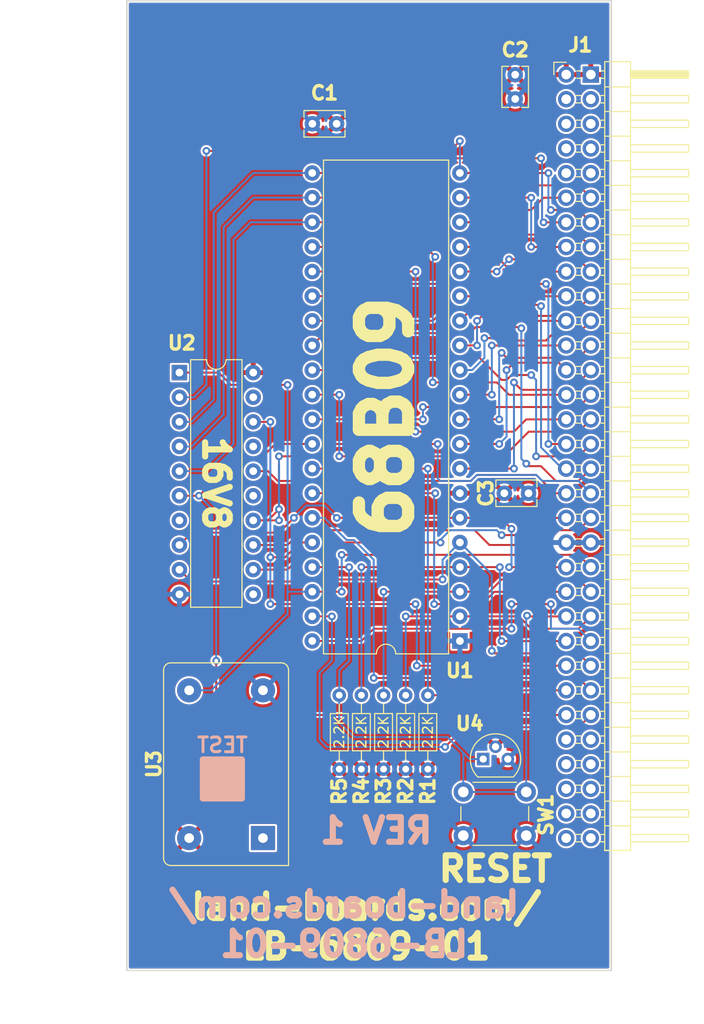
<source format=kicad_pcb>
(kicad_pcb (version 20221018) (generator pcbnew)
  (title_block (title "LB-6809-01") (date "2024-08-19") (rev "1") (company "land-boards.com"))
  (layers (0 "F.Cu" signal) (31 "B.Cu" signal) (34 "B.Paste" user) (35 "F.Paste" user) (36 "B.SilkS" user "B.Silkscreen") (37 "F.SilkS" user "F.Silkscreen") (38 "B.Mask" user) (39 "F.Mask" user) (44 "Edge.Cuts" user))
  (net 0 "")
  (net 1 "GND")
  (net 2 "/CPUA11")
  (net 3 "/CPUA12")
  (net 4 "/CPUA13")
  (net 5 "/CPUA14")
  (net 6 "/CPUA15")
  (net 7 "/CPUD4")
  (net 8 "/CPUD3")
  (net 9 "/CPUD5")
  (net 10 "/CPUD6")
  (net 11 "/CPUA0")
  (net 12 "/CPUA1")
  (net 13 "/CPUD2")
  (net 14 "/CPUA2")
  (net 15 "/CPUD7")
  (net 16 "/CPUA3")
  (net 17 "/CPUD0")
  (net 18 "/CPUA4")
  (net 19 "/CPUD1")
  (net 20 "/CPUA5")
  (net 21 "/CPUA6")
  (net 22 "/CPUA7")
  (net 23 "/CPUA8")
  (net 24 "/CPUA9")
  (net 25 "/CPUA10")
  (net 26 "/CPUA18")
  (net 27 "/CPUA16")
  (net 28 "/CPUA17")
  (net 29 "/CPUCLK")
  (net 30 "/CPUA22")
  (net 31 "/CPUA23")
  (net 32 "/CPUA20")
  (net 33 "/CPUA21")
  (net 34 "/CPUA19")
  (net 35 "VCC")
  (net 36 "/~{IORQ}")
  (net 37 "/~{CPURESB}")
  (net 38 "/VPA")
  (net 39 "/~{IRQB}")
  (net 50 "/VPB")
  (net 51 "/~{NMIB}")
  (net 52 "/~{ABORT}")
  (net 53 "/VDA")
  (net 54 "/RDY")
  (net 55 "/CPUE")
  (net 56 "/RWB")
  (net 57 "/MLB")
  (net 58 "/~{MEMRD}")
  (net 59 "/~{RAMCS}")
  (net 60 "/~{IOCS}")
  (net 61 "/~{ROMCS}")
  (net 62 "/CPUMX")
  (footprint "LandBoards_Conns:PinHeader_2x32_P2.54mm_Horizontal-FLIPPED" (layer "F.Cu") (at 177.35 54.615)
    (fp_text reference "J1")
    (fp_text value "Conn_02x32_Odd_Even")
  )
  (footprint "Package_DIP:DIP-40_W15.24mm" (layer "F.Cu") (at 166.375 113.025 180)
    (fp_text reference "U1")
    (fp_text value "MC68B09")
  )
  (footprint "Resistor_THT:R_Axial_DIN0204_L3.6mm_D1.6mm_P7.62mm_Horizontal" (layer "F.Cu") (at 153.924 126.238 90)
    (fp_text reference "R5")
    (fp_text value "2.2K")
  )
  (footprint "Resistor_THT:R_Axial_DIN0204_L3.6mm_D1.6mm_P7.62mm_Horizontal" (layer "F.Cu") (at 158.496 126.238 90)
    (fp_text reference "R3")
    (fp_text value "2.2K")
  )
  (footprint "Resistor_THT:R_Axial_DIN0204_L3.6mm_D1.6mm_P7.62mm_Horizontal" (layer "F.Cu") (at 163.068 126.238 90)
    (fp_text reference "R1")
    (fp_text value "2.2K")
  )
  (footprint "Resistor_THT:R_Axial_DIN0204_L3.6mm_D1.6mm_P7.62mm_Horizontal" (layer "F.Cu") (at 156.21 126.238 90)
    (fp_text reference "R4")
    (fp_text value "2.2K")
  )
  (footprint "LandBoards_Marking:TEST_BLK-REAR" (layer "F.Cu") (at 141.859 127.254)
    (fp_text reference "TEST")
    (fp_text value "COUPON" hide)
  )
  (footprint "Package_DIP:DIP-20_W7.62mm" (layer "F.Cu") (at 137.424 85.349)
    (fp_text reference "U2")
    (fp_text value "GAL16V8")
  )
  (footprint "Capacitor_THT:C_Rect_L4.0mm_W2.5mm_P2.50mm" (layer "F.Cu") (at 151.15 59.69)
    (fp_text reference "C1")
    (fp_text value "0.1uF")
  )
  (footprint "Oscillator:Oscillator_DIP-14_LargePads" (layer "F.Cu") (at 146.05 133.35 90)
    (fp_text reference "U3")
    (fp_text value "OSC")
  )
  (footprint "Capacitor_THT:C_Rect_L4.0mm_W2.5mm_P2.50mm" (layer "F.Cu") (at 172.085 57.13 90)
    (fp_text reference "C2")
    (fp_text value "0.1uF")
  )
  (footprint "Button_Switch_THT:SW_PUSH_6mm_H8.5mm" (layer "F.Cu") (at 173.228 133.096 180)
    (fp_text reference "SW1")
    (fp_text value "SW_Push")
  )
  (footprint "Package_TO_SOT_THT:TO-92" (layer "F.Cu") (at 168.783 125.201)
    (fp_text reference "U4")
    (fp_text value "DS1813-5")
  )
  (footprint "Resistor_THT:R_Axial_DIN0204_L3.6mm_D1.6mm_P7.62mm_Horizontal" (layer "F.Cu") (at 160.782 126.238 90)
    (fp_text reference "R2")
    (fp_text value "2.2K")
  )
  (footprint "Capacitor_THT:C_Rect_L4.0mm_W2.5mm_P2.50mm" (layer "F.Cu") (at 173.462 97.79 180)
    (fp_text reference "C3")
    (fp_text value "0.1uF")
  )
  (gr_rect (start 132 47) (end 182 147) (stroke (width 0.15)) (fill none) (layer "Edge.Cuts"))
  (gr_text "land-boards.com/\nLB-6809-01" (at 154.432 142.24) (layer "B.SilkS") (effects (font (size 2.54 2.54) (thickness 0.635)) (justify mirror)))
  (gr_text "REV 1" (at 157.734 132.588) (layer "B.SilkS") (effects (font (size 2.54 2.54) (thickness 0.635)) (justify mirror)))
  (gr_text "RESET" (at 170.053 136.525) (layer "F.SilkS") (effects (font (size 2.54 2.54) (thickness 0.635))))
  (gr_text "68B09" (at 158.75 89.916 90) (layer "F.SilkS") (effects (font (size 5.08 5.08) (thickness 1.27))))
  (gr_text "16V8" (at 141.224 96.774 270) (layer "F.SilkS") (effects (font (size 2.54 2.54) (thickness 0.635))))
  (gr_text "land-boards.com/\nLB-6809-01" (at 156.718 142.494) (layer "F.SilkS") (effects (font (size 2.54 2.54) (thickness 0.635))))
  (segment (start 173.741 72.395) (end 177.35 72.395) (width 0.2032) (layer "F.Cu") (net 2))
  (segment (start 166.375 67.305) (end 173.731 67.305) (width 0.2032) (layer "F.Cu") (net 2))
  (segment (start 173.736 72.39) (end 173.741 72.395) (width 0.2032) (layer "F.Cu") (net 2))
  (segment (start 173.731 67.305) (end 173.736 67.31) (width 0.2032) (layer "F.Cu") (net 2))
  (via (at 173.736 72.39) (size 0.8) (drill 0.4) (layers "F.Cu" "B.Cu") (net 2))
  (via (at 173.736 67.31) (size 0.8) (drill 0.4) (layers "F.Cu" "B.Cu") (net 2))
  (segment (start 173.736 67.31) (end 173.736 72.39) (width 0.2032) (layer "B.Cu") (net 2))
  (segment (start 178.615 68.58) (end 175.768 68.58) (width 0.2032) (layer "F.Cu") (net 3))
  (segment (start 175.514 64.77) (end 175.509 64.765) (width 0.2032) (layer "F.Cu") (net 3))
  (segment (start 140.208 62.484) (end 165.354 62.484) (width 0.2032) (layer "F.Cu") (net 3))
  (segment (start 165.354 62.484) (end 166.37 61.468) (width 0.2032) (layer "F.Cu") (net 3))
  (segment (start 179.89 69.855) (end 178.615 68.58) (width 0.2032) (layer "F.Cu") (net 3))
  (segment (start 175.509 64.765) (end 166.375 64.765) (width 0.2032) (layer "F.Cu") (net 3))
  (via (at 175.768 68.58) (size 0.8) (drill 0.4) (layers "F.Cu" "B.Cu") (net 3))
  (via (at 140.208 62.484) (size 0.8) (drill 0.4) (layers "F.Cu" "B.Cu") (net 3))
  (via (at 175.514 64.77) (size 0.8) (drill 0.4) (layers "F.Cu" "B.Cu") (net 3))
  (via (at 166.37 61.468) (size 0.8) (drill 0.4) (layers "F.Cu" "B.Cu") (net 3))
  (segment (start 175.514 68.326) (end 175.514 64.77) (width 0.2032) (layer "B.Cu") (net 3))
  (segment (start 166.375 61.473) (end 166.375 64.765) (width 0.2032) (layer "B.Cu") (net 3))
  (segment (start 137.424 87.889) (end 138.933 87.889) (width 0.2032) (layer "B.Cu") (net 3))
  (segment (start 138.933 87.889) (end 140.208 86.614) (width 0.2032) (layer "B.Cu") (net 3))
  (segment (start 166.37 61.468) (end 166.375 61.473) (width 0.2032) (layer "B.Cu") (net 3))
  (segment (start 175.768 68.58) (end 175.514 68.326) (width 0.2032) (layer "B.Cu") (net 3))
  (segment (start 140.208 86.614) (end 140.208 62.484) (width 0.2032) (layer "B.Cu") (net 3))
  (segment (start 155.194 63.246) (end 153.67 64.77) (width 0.2032) (layer "F.Cu") (net 4))
  (segment (start 177.35 69.855) (end 175.011 69.855) (width 0.2032) (layer "F.Cu") (net 4))
  (segment (start 174.752 63.246) (end 155.194 63.246) (width 0.2032) (layer "F.Cu") (net 4))
  (segment (start 153.665 64.765) (end 151.135 64.765) (width 0.2032) (layer "F.Cu") (net 4))
  (segment (start 153.67 64.77) (end 153.665 64.765) (width 0.2032) (layer "F.Cu") (net 4))
  (via (at 175.011 69.855) (size 0.8) (drill 0.4) (layers "F.Cu" "B.Cu") (net 4))
  (via (at 174.752 63.246) (size 0.8) (drill 0.4) (layers "F.Cu" "B.Cu") (net 4))
  (segment (start 174.860489 69.704489) (end 174.860489 63.354489) (width 0.2032) (layer "B.Cu") (net 4))
  (segment (start 138.679 90.429) (end 140.97 88.138) (width 0.2032) (layer "B.Cu") (net 4))
  (segment (start 140.97 88.138) (end 140.97 68.834) (width 0.2032) (layer "B.Cu") (net 4))
  (segment (start 174.860489 63.354489) (end 174.752 63.246) (width 0.2032) (layer "B.Cu") (net 4))
  (segment (start 137.424 90.429) (end 138.679 90.429) (width 0.2032) (layer "B.Cu") (net 4))
  (segment (start 175.011 69.855) (end 174.860489 69.704489) (width 0.2032) (layer "B.Cu") (net 4))
  (segment (start 145.039 64.765) (end 151.135 64.765) (width 0.2032) (layer "B.Cu") (net 4))
  (segment (start 140.97 68.834) (end 145.039 64.765) (width 0.2032) (layer "B.Cu") (net 4))
  (segment (start 154.94 66.04) (end 153.67 67.31) (width 0.2032) (layer "F.Cu") (net 5))
  (segment (start 178.615 66.04) (end 154.94 66.04) (width 0.2032) (layer "F.Cu") (net 5))
  (segment (start 179.89 67.315) (end 178.615 66.04) (width 0.2032) (layer "F.Cu") (net 5))
  (segment (start 153.67 67.31) (end 153.665 67.305) (width 0.2032) (layer "F.Cu") (net 5))
  (segment (start 153.665 67.305) (end 151.135 67.305) (width 0.2032) (layer "F.Cu") (net 5))
  (segment (start 145.039 67.305) (end 151.135 67.305) (width 0.2032) (layer "B.Cu") (net 5))
  (segment (start 138.679 92.969) (end 141.986 89.662) (width 0.2032) (layer "B.Cu") (net 5))
  (segment (start 137.424 92.969) (end 138.679 92.969) (width 0.2032) (layer "B.Cu") (net 5))
  (segment (start 141.986 70.358) (end 145.039 67.305) (width 0.2032) (layer "B.Cu") (net 5))
  (segment (start 141.986 89.662) (end 141.986 70.358) (width 0.2032) (layer "B.Cu") (net 5))
  (segment (start 177.35 67.315) (end 175.001 67.315) (width 0.2032) (layer "F.Cu") (net 6))
  (segment (start 155.194 68.58) (end 153.924 69.85) (width 0.2032) (layer "F.Cu") (net 6))
  (segment (start 155.194 68.58) (end 173.736 68.58) (width 0.2032) (layer "F.Cu") (net 6))
  (segment (start 153.924 69.85) (end 153.919 69.845) (width 0.2032) (layer "F.Cu") (net 6))
  (segment (start 173.736 68.58) (end 175.001 67.315) (width 0.2032) (layer "F.Cu") (net 6))
  (segment (start 153.919 69.845) (end 151.135 69.845) (width 0.2032) (layer "F.Cu") (net 6))
  (segment (start 140.203 95.509) (end 143.002 92.71) (width 0.2032) (layer "B.Cu") (net 6))
  (segment (start 143.002 71.628) (end 144.785 69.845) (width 0.2032) (layer "B.Cu") (net 6))
  (segment (start 143.002 92.71) (end 143.002 71.628) (width 0.2032) (layer "B.Cu") (net 6))
  (segment (start 137.424 95.509) (end 140.203 95.509) (width 0.2032) (layer "B.Cu") (net 6))
  (segment (start 144.785 69.845) (end 151.135 69.845) (width 0.2032) (layer "B.Cu") (net 6))
  (segment (start 173.487784 77.983784) (end 173.736 78.232) (width 0.2032) (layer "F.Cu") (net 7))
  (segment (start 164.846 78.74) (end 167.137784 78.74) (width 0.2032) (layer "F.Cu") (net 7))
  (segment (start 163.581 80.005) (end 164.846 78.74) (width 0.2032) (layer "F.Cu") (net 7))
  (segment (start 167.515892 78.361892) (end 167.894 77.983784) (width 0.2032) (layer "F.Cu") (net 7))
  (segment (start 167.515892 78.361892) (end 174.627892 78.361892) (width 0.2032) (layer "F.Cu") (net 7))
  (segment (start 151.135 80.005) (end 163.581 80.005) (width 0.2032) (layer "F.Cu") (net 7))
  (segment (start 167.894 77.983784) (end 173.487784 77.983784) (width 0.2032) (layer "F.Cu") (net 7))
  (segment (start 174.627892 78.361892) (end 174.752 78.486) (width 0.2032) (layer "F.Cu") (net 7))
  (segment (start 167.137784 78.74) (end 167.515892 78.361892) (width 0.2032) (layer "F.Cu") (net 7))
  (via (at 174.752 78.486) (size 0.8) (drill 0.4) (layers "F.Cu" "B.Cu") (net 7))
  (segment (start 174.752 93.055795) (end 176.951205 95.255) (width 0.2032) (layer "B.Cu") (net 7))
  (segment (start 174.752 78.486) (end 174.752 93.055795) (width 0.2032) (layer "B.Cu") (net 7))
  (segment (start 176.276 96.52) (end 174.752 94.996) (width 0.2032) (layer "F.Cu") (net 8))
  (segment (start 172.611511 80.663511) (end 168.002489 80.663511) (width 0.2032) (layer "F.Cu") (net 8))
  (segment (start 178.625 96.52) (end 176.276 96.52) (width 0.2032) (layer "F.Cu") (net 8))
  (segment (start 172.72 80.772) (end 172.611511 80.663511) (width 0.2032) (layer "F.Cu") (net 8))
  (segment (start 167.386 81.28) (end 152.4 81.28) (width 0.2032) (layer "F.Cu") (net 8))
  (segment (start 168.002489 80.663511) (end 167.386 81.28) (width 0.2032) (layer "F.Cu") (net 8))
  (segment (start 152.4 81.28) (end 151.135 82.545) (width 0.2032) (layer "F.Cu") (net 8))
  (segment (start 174.752 94.996) (end 173.482 94.996) (width 0.2032) (layer "F.Cu") (net 8))
  (segment (start 173.482 94.996) (end 173.228 94.742) (width 0.2032) (layer "F.Cu") (net 8))
  (segment (start 179.89 95.255) (end 178.625 96.52) (width 0.2032) (layer "F.Cu") (net 8))
  (via (at 173.228 94.742) (size 0.8) (drill 0.4) (layers "F.Cu" "B.Cu") (net 8))
  (via (at 172.72 80.772) (size 0.8) (drill 0.4) (layers "F.Cu" "B.Cu") (net 8))
  (segment (start 172.72 94.234) (end 172.72 80.772) (width 0.2032) (layer "B.Cu") (net 8))
  (segment (start 173.228 94.742) (end 172.72 94.234) (width 0.2032) (layer "B.Cu") (net 8))
  (segment (start 175.519 92.715) (end 175.514 92.71) (width 0.2032) (layer "F.Cu") (net 9))
  (segment (start 155.448 76.2) (end 175.26 76.2) (width 0.2032) (layer "F.Cu") (net 9))
  (segment (start 177.35 92.715) (end 175.519 92.715) (width 0.2032) (layer "F.Cu") (net 9))
  (segment (start 154.183 77.465) (end 155.448 76.2) (width 0.2032) (layer "F.Cu") (net 9))
  (segment (start 151.135 77.465) (end 154.183 77.465) (width 0.2032) (layer "F.Cu") (net 9))
  (via (at 175.26 76.2) (size 0.8) (drill 0.4) (layers "F.Cu" "B.Cu") (net 9))
  (via (at 175.514 92.71) (size 0.8) (drill 0.4) (layers "F.Cu" "B.Cu") (net 9))
  (segment (start 175.514 92.71) (end 175.514 76.454) (width 0.2032) (layer "B.Cu") (net 9))
  (segment (start 175.514 76.454) (end 175.26 76.2) (width 0.2032) (layer "B.Cu") (net 9))
  (segment (start 171.958 91.44) (end 161.798 91.44) (width 0.2032) (layer "F.Cu") (net 10))
  (segment (start 177.35 90.175) (end 173.223 90.175) (width 0.2032) (layer "F.Cu") (net 10))
  (segment (start 161.793 74.925) (end 151.135 74.925) (width 0.2032) (layer "F.Cu") (net 10))
  (segment (start 161.798 74.93) (end 161.793 74.925) (width 0.2032) (layer "F.Cu") (net 10))
  (segment (start 171.958 91.44) (end 173.223 90.175) (width 0.2032) (layer "F.Cu") (net 10))
  (via (at 161.798 74.93) (size 0.8) (drill 0.4) (layers "F.Cu" "B.Cu") (net 10))
  (via (at 161.798 91.44) (size 0.8) (drill 0.4) (layers "F.Cu" "B.Cu") (net 10))
  (segment (start 161.798 91.44) (end 161.798 74.93) (width 0.2032) (layer "B.Cu") (net 10))
  (segment (start 171.953 95.245) (end 166.375 95.245) (width 0.2032) (layer "F.Cu") (net 11))
  (segment (start 178.625 86.36) (end 179.89 85.095) (width 0.2032) (layer "F.Cu") (net 11))
  (segment (start 171.958 86.36) (end 172.72 87.122) (width 0.2032) (layer "F.Cu") (net 11))
  (segment (start 176.022 87.122) (end 176.784 86.36) (width 0.2032) (layer "F.Cu") (net 11))
  (segment (start 172.72 87.122) (end 176.022 87.122) (width 0.2032) (layer "F.Cu") (net 11))
  (segment (start 171.958 95.25) (end 171.953 95.245) (width 0.2032) (layer "F.Cu") (net 11))
  (segment (start 176.784 86.36) (end 178.625 86.36) (width 0.2032) (layer "F.Cu") (net 11))
  (via (at 171.958 95.25) (size 0.8) (drill 0.4) (layers "F.Cu" "B.Cu") (net 11))
  (via (at 171.958 86.36) (size 0.8) (drill 0.4) (layers "F.Cu" "B.Cu") (net 11))
  (segment (start 171.958 86.36) (end 171.958 95.25) (width 0.2032) (layer "B.Cu") (net 11))
  (segment (start 171.196 85.09) (end 171.958 84.328) (width 0.2032) (layer "F.Cu") (net 12))
  (segment (start 171.958 84.328) (end 176.583 84.328) (width 0.2032) (layer "F.Cu") (net 12))
  (segment (start 170.434 92.71) (end 170.429 92.705) (width 0.2032) (layer "F.Cu") (net 12))
  (segment (start 176.583 84.328) (end 177.35 85.095) (width 0.2032) (layer "F.Cu") (net 12))
  (segment (start 170.429 92.705) (end 166.375 92.705) (width 0.2032) (layer "F.Cu") (net 12))
  (via (at 171.196 85.09) (size 0.8) (drill 0.4) (layers "F.Cu" "B.Cu") (net 12))
  (via (at 170.434 92.71) (size 0.8) (drill 0.4) (layers "F.Cu" "B.Cu") (net 12))
  (segment (start 171.196 91.948) (end 170.434 92.71) (width 0.2032) (layer "B.Cu") (net 12))
  (segment (start 171.196 85.09) (end 171.196 91.948) (width 0.2032) (layer "B.Cu") (net 12))
  (segment (start 178.625 93.98) (end 179.89 92.715) (width 0.2032) (layer "F.Cu") (net 13))
  (segment (start 173.736 85.598) (end 171.704 85.598) (width 0.2032) (layer "F.Cu") (net 13))
  (segment (start 168.418694 83.836694) (end 155.431306 83.836694) (width 0.2032) (layer "F.Cu") (net 13))
  (segment (start 170.688 86.106) (end 168.418694 83.836694) (width 0.2032) (layer "F.Cu") (net 13))
  (segment (start 154.183 85.085) (end 155.431306 83.836694) (width 0.2032) (layer "F.Cu") (net 13))
  (segment (start 171.704 85.598) (end 171.196 86.106) (width 0.2032) (layer "F.Cu") (net 13))
  (segment (start 174.244 93.98) (end 178.625 93.98) (width 0.2032) (layer "F.Cu") (net 13))
  (segment (start 171.196 86.106) (end 170.688 86.106) (width 0.2032) (layer "F.Cu") (net 13))
  (segment (start 151.135 85.085) (end 154.183 85.085) (width 0.2032) (layer "F.Cu") (net 13))
  (via (at 173.736 85.598) (size 0.8) (drill 0.4) (layers "F.Cu" "B.Cu") (net 13))
  (via (at 174.244 93.98) (size 0.8) (drill 0.4) (layers "F.Cu" "B.Cu") (net 13))
  (segment (start 174.244 86.106) (end 173.736 85.598) (width 0.2032) (layer "B.Cu") (net 13))
  (segment (start 174.244 93.98) (end 174.244 86.106) (width 0.2032) (layer "B.Cu") (net 13))
  (segment (start 179.89 82.555) (end 178.625 83.82) (width 0.2032) (layer "F.Cu") (net 14))
  (segment (start 170.429 90.165) (end 170.434 90.17) (width 0.2032) (layer "F.Cu") (net 14))
  (segment (start 178.625 83.82) (end 171.196 83.82) (width 0.2032) (layer "F.Cu") (net 14))
  (segment (start 171.196 83.82) (end 170.688 83.312) (width 0.2032) (layer "F.Cu") (net 14))
  (segment (start 166.375 90.165) (end 170.429 90.165) (width 0.2032) (layer "F.Cu") (net 14))
  (via (at 170.688 83.312) (size 0.8) (drill 0.4) (layers "F.Cu" "B.Cu") (net 14))
  (via (at 170.434 90.17) (size 0.8) (drill 0.4) (layers "F.Cu" "B.Cu") (net 14))
  (segment (start 170.434 90.17) (end 170.434 83.566) (width 0.2032) (layer "B.Cu") (net 14))
  (segment (start 170.434 83.566) (end 170.688 83.312) (width 0.2032) (layer "B.Cu") (net 14))
  (segment (start 163.83 73.406) (end 162.809 72.385) (width 0.2032) (layer "F.Cu") (net 15))
  (segment (start 170.18 86.36) (end 163.576 86.36) (width 0.2032) (layer "F.Cu") (net 15))
  (segment (start 177.35 87.635) (end 171.455 87.635) (width 0.2032) (layer "F.Cu") (net 15))
  (segment (start 171.455 87.635) (end 170.18 86.36) (width 0.2032) (layer "F.Cu") (net 15))
  (segment (start 162.809 72.385) (end 151.135 72.385) (width 0.2032) (layer "F.Cu") (net 15))
  (via (at 163.576 86.36) (size 0.8) (drill 0.4) (layers "F.Cu" "B.Cu") (net 15))
  (via (at 163.83 73.406) (size 0.8) (drill 0.4) (layers "F.Cu" "B.Cu") (net 15))
  (segment (start 163.576 73.66) (end 163.83 73.406) (width 0.2032) (layer "B.Cu") (net 15))
  (segment (start 163.576 86.36) (end 163.576 73.66) (width 0.2032) (layer "B.Cu") (net 15))
  (segment (start 169.672 82.55) (end 169.677 82.555) (width 0.2032) (layer "F.Cu") (net 16))
  (segment (start 169.667 87.625) (end 169.672 87.63) (width 0.2032) (layer "F.Cu") (net 16))
  (segment (start 169.677 82.555) (end 177.35 82.555) (width 0.2032) (layer "F.Cu") (net 16))
  (segment (start 166.375 87.625) (end 169.667 87.625) (width 0.2032) (layer "F.Cu") (net 16))
  (via (at 169.672 82.55) (size 0.8) (drill 0.4) (layers "F.Cu" "B.Cu") (net 16))
  (via (at 169.672 87.63) (size 0.8) (drill 0.4) (layers "F.Cu" "B.Cu") (net 16))
  (segment (start 169.672 87.63) (end 169.672 82.55) (width 0.2032) (layer "B.Cu") (net 16))
  (segment (start 162.814 88.9) (end 162.56 88.9) (width 0.2032) (layer "F.Cu") (net 17))
  (segment (start 162.56 90.17) (end 162.555 90.165) (width 0.2032) (layer "F.Cu") (net 17))
  (segment (start 179.89 87.635) (end 178.625 88.9) (width 0.2032) (layer "F.Cu") (net 17))
  (segment (start 162.555 90.165) (end 151.135 90.165) (width 0.2032) (layer "F.Cu") (net 17))
  (segment (start 178.625 88.9) (end 162.814 88.9) (width 0.2032) (layer "F.Cu") (net 17))
  (via (at 162.56 88.9) (size 0.8) (drill 0.4) (layers "F.Cu" "B.Cu") (net 17))
  (via (at 162.56 90.17) (size 0.8) (drill 0.4) (layers "F.Cu" "B.Cu") (net 17))
  (segment (start 162.56 88.9) (end 162.56 89.916) (width 0.2032) (layer "B.Cu") (net 17))
  (segment (start 162.56 89.916) (end 162.56 90.17) (width 0.2032) (layer "B.Cu") (net 17))
  (segment (start 170.434 82.042) (end 170.18 81.788) (width 0.2032) (layer "F.Cu") (net 18))
  (segment (start 170.434 82.042) (end 175.26 82.042) (width 0.2032) (layer "F.Cu") (net 18))
  (segment (start 178.625 81.28) (end 179.89 80.015) (width 0.2032) (layer "F.Cu") (net 18))
  (segment (start 175.26 82.042) (end 176.022 81.28) (width 0.2032) (layer "F.Cu") (net 18))
  (segment (start 170.18 81.788) (end 168.91 81.788) (width 0.2032) (layer "F.Cu") (net 18))
  (segment (start 176.022 81.28) (end 178.625 81.28) (width 0.2032) (layer "F.Cu") (net 18))
  (via (at 168.91 81.788) (size 0.8) (drill 0.4) (layers "F.Cu" "B.Cu") (net 18))
  (segment (start 168.91 83.82) (end 168.91 81.788) (width 0.2032) (layer "B.Cu") (net 18))
  (segment (start 167.645 85.085) (end 166.375 85.085) (width 0.2032) (layer "B.Cu") (net 18))
  (segment (start 168.91 83.82) (end 167.645 85.085) (width 0.2032) (layer "B.Cu") (net 18))
  (segment (start 153.924 93.98) (end 170.942 93.98) (width 0.2032) (layer "F.Cu") (net 19))
  (segment (start 151.135 87.625) (end 153.919 87.625) (width 0.2032) (layer "F.Cu") (net 19))
  (segment (start 170.942 93.98) (end 173.482 91.44) (width 0.2032) (layer "F.Cu") (net 19))
  (segment (start 153.919 87.625) (end 153.924 87.63) (width 0.2032) (layer "F.Cu") (net 19))
  (segment (start 178.625 91.44) (end 179.89 90.175) (width 0.2032) (layer "F.Cu") (net 19))
  (segment (start 173.482 91.44) (end 178.625 91.44) (width 0.2032) (layer "F.Cu") (net 19))
  (via (at 153.924 93.98) (size 0.8) (drill 0.4) (layers "F.Cu" "B.Cu") (net 19))
  (via (at 153.924 87.63) (size 0.8) (drill 0.4) (layers "F.Cu" "B.Cu") (net 19))
  (segment (start 153.924 87.63) (end 153.924 93.98) (width 0.2032) (layer "B.Cu") (net 19))
  (segment (start 168.143 82.545) (end 168.148 82.55) (width 0.2032) (layer "F.Cu") (net 20))
  (segment (start 166.375 82.545) (end 168.143 82.545) (width 0.2032) (layer "F.Cu") (net 20))
  (segment (start 173.482 79.502) (end 168.656 79.502) (width 0.2032) (layer "F.Cu") (net 20))
  (segment (start 173.995 80.015) (end 173.482 79.502) (width 0.2032) (layer "F.Cu") (net 20))
  (segment (start 168.656 79.502) (end 168.148 80.01) (width 0.2032) (layer "F.Cu") (net 20))
  (segment (start 173.995 80.015) (end 177.35 80.015) (width 0.2032) (layer "F.Cu") (net 20))
  (via (at 168.148 82.55) (size 0.8) (drill 0.4) (layers "F.Cu" "B.Cu") (net 20))
  (via (at 168.148 80.01) (size 0.8) (drill 0.4) (layers "F.Cu" "B.Cu") (net 20))
  (segment (start 168.148 82.55) (end 168.148 80.01) (width 0.2032) (layer "B.Cu") (net 20))
  (segment (start 174.498 79.502) (end 175.768 79.502) (width 0.2032) (layer "F.Cu") (net 21))
  (segment (start 178.625 78.74) (end 179.89 77.475) (width 0.2032) (layer "F.Cu") (net 21))
  (segment (start 167.386 78.994) (end 173.99 78.994) (width 0.2032) (layer "F.Cu") (net 21))
  (segment (start 176.53 78.74) (end 178.625 78.74) (width 0.2032) (layer "F.Cu") (net 21))
  (segment (start 175.768 79.502) (end 176.53 78.74) (width 0.2032) (layer "F.Cu") (net 21))
  (segment (start 173.99 78.994) (end 174.498 79.502) (width 0.2032) (layer "F.Cu") (net 21))
  (segment (start 166.375 80.005) (end 167.386 78.994) (width 0.2032) (layer "F.Cu") (net 21))
  (segment (start 177.35 77.475) (end 166.385 77.475) (width 0.2032) (layer "F.Cu") (net 22))
  (segment (start 170.175 74.925) (end 166.375 74.925) (width 0.2032) (layer "F.Cu") (net 23))
  (segment (start 179.89 74.935) (end 178.615 73.66) (width 0.2032) (layer "F.Cu") (net 23))
  (segment (start 178.615 73.66) (end 171.45 73.66) (width 0.2032) (layer "F.Cu") (net 23))
  (segment (start 170.18 74.93) (end 170.175 74.925) (width 0.2032) (layer "F.Cu") (net 23))
  (via (at 171.45 73.66) (size 0.8) (drill 0.4) (layers "F.Cu" "B.Cu") (net 23))
  (via (at 170.18 74.93) (size 0.8) (drill 0.4) (layers "F.Cu" "B.Cu") (net 23))
  (segment (start 171.45 73.66) (end 170.18 74.93) (width 0.2032) (layer "B.Cu") (net 23))
  (segment (start 169.159 72.385) (end 166.375 72.385) (width 0.2032) (layer "F.Cu") (net 24))
  (segment (start 171.709 74.935) (end 169.159 72.385) (width 0.2032) (layer "F.Cu") (net 24))
  (segment (start 177.35 74.935) (end 171.709 74.935) (width 0.2032) (layer "F.Cu") (net 24))
  (segment (start 168.905 69.845) (end 166.375 69.845) (width 0.2032) (layer "F.Cu") (net 25))
  (segment (start 178.615 71.12) (end 170.18 71.12) (width 0.2032) (layer "F.Cu") (net 25))
  (segment (start 170.18 71.12) (end 168.905 69.845) (width 0.2032) (layer "F.Cu") (net 25))
  (segment (start 179.89 72.395) (end 178.615 71.12) (width 0.2032) (layer "F.Cu") (net 25))
  (segment (start 154.178 104.14) (end 178.615 104.14) (width 0.2032) (layer "F.Cu") (net 29))
  (segment (start 142.748 86.614) (end 141.478 85.344) (width 0.2032) (layer "F.Cu") (net 29))
  (segment (start 137.424 85.349) (end 141.473 85.349) (width 0.2032) (layer "F.Cu") (net 29))
  (segment (start 154.178 107.95) (end 154.173 107.945) (width 0.2032) (layer "F.Cu") (net 29))
  (segment (start 154.173 107.945) (end 151.135 107.945) (width 0.2032) (layer "F.Cu") (net 29))
  (segment (start 142.748 86.614) (end 148.59 86.614) (width 0.2032) (layer "F.Cu") (net 29))
  (segment (start 179.89 105.415) (end 178.615 104.14) (width 0.2032) (layer "F.Cu") (net 29))
  (segment (start 141.473 85.349) (end 141.478 85.344) (width 0.2032) (layer "F.Cu") (net 29))
  (via (at 148.59 86.614) (size 0.8) (drill 0.4) (layers "F.Cu" "B.Cu") (net 29))
  (via (at 154.178 104.14) (size 0.8) (drill 0.4) (layers "F.Cu" "B.Cu") (net 29))
  (via (at 154.178 107.95) (size 0.8) (drill 0.4) (layers "F.Cu" "B.Cu") (net 29))
  (segment (start 151.135 107.945) (end 148.595 107.945) (width 0.2032) (layer "B.Cu") (net 29))
  (segment (start 140.716 118.11) (end 138.43 118.11) (width 0.2032) (layer "B.Cu") (net 29))
  (segment (start 148.59 107.95) (end 148.59 86.614) (width 0.2032) (layer "B.Cu") (net 29))
  (segment (start 154.178 104.14) (end 154.178 107.95) (width 0.2032) (layer "B.Cu") (net 29))
  (segment (start 148.59 110.236) (end 140.716 118.11) (width 0.2032) (layer "B.Cu") (net 29))
  (segment (start 148.595 107.945) (end 148.59 107.95) (width 0.2032) (layer "B.Cu") (net 29))
  (segment (start 148.59 107.95) (end 148.59 110.236) (width 0.2032) (layer "B.Cu") (net 29))
  (segment (start 179.89 118.115) (end 178.615 116.84) (width 0.2032) (layer "F.Cu") (net 36))
  (segment (start 178.615 116.84) (end 157.48 116.84) (width 0.2032) (layer "F.Cu") (net 36))
  (via (at 157.48 116.84) (size 0.8) (drill 0.4) (layers "F.Cu" "B.Cu") (net 36))
  (segment (start 152.395 100.325) (end 154.686 102.616) (width 0.2032) (layer "B.Cu") (net 36))
  (segment (start 155.448 102.616) (end 157.48 104.648) (width 0.2032) (layer "B.Cu") (net 36))
  (segment (start 151.135 100.325) (end 152.395 100.325) (width 0.2032) (layer "B.Cu") (net 36))
  (segment (start 157.48 104.648) (end 157.48 116.84) (width 0.2032) (layer "B.Cu") (net 36))
  (segment (start 154.686 102.616) (end 155.448 102.616) (width 0.2032) (layer "B.Cu") (net 36))
  (segment (start 154.935 105.405) (end 154.94 105.41) (width 0.2032) (layer "F.Cu") (net 37))
  (segment (start 177.35 110.495) (end 173.39519 110.495) (width 0.2032) (layer "F.Cu") (net 37))
  (segment (start 173.39519 110.495) (end 173.309095 110.408905) (width 0.2032) (layer "F.Cu") (net 37))
  (segment (start 151.135 105.405) (end 154.935 105.405) (width 0.2032) (layer "F.Cu") (net 37))
  (via (at 173.309095 110.408905) (size 0.8) (drill 0.4) (layers "F.Cu" "B.Cu") (net 37))
  (via (at 154.94 105.41) (size 0.8) (drill 0.4) (layers "F.Cu" "B.Cu") (net 37))
  (segment (start 153.924 118.618) (end 153.924 121.412) (width 0.2032) (layer "B.Cu") (net 37))
  (segment (start 153.924 121.412) (end 155.448 122.936) (width 0.2032) (layer "B.Cu") (net 37))
  (segment (start 166.728 124.564) (end 166.728 128.596) (width 0.2032) (layer "B.Cu") (net 37))
  (segment (start 154.94 105.41) (end 154.94 115.062) (width 0.2032) (layer "B.Cu") (net 37))
  (segment (start 173.309095 110.408905) (end 173.228 110.49) (width 0.2032) (layer "B.Cu") (net 37))
  (segment (start 173.228 110.49) (end 173.228 128.596) (width 0.2032) (layer "B.Cu") (net 37))
  (segment (start 153.924 118.618) (end 153.924 116.078) (width 0.2032) (layer "B.Cu") (net 37))
  (segment (start 155.448 122.936) (end 165.1 122.936) (width 0.2032) (layer "B.Cu") (net 37))
  (segment (start 165.1 122.936) (end 166.728 124.564) (width 0.2032) (layer "B.Cu") (net 37))
  (segment (start 153.924 116.078) (end 154.94 115.062) (width 0.2032) (layer "B.Cu") (net 37))
  (segment (start 167.365 125.201) (end 165.1 122.936) (width 0.2032) (layer "B.Cu") (net 37))
  (segment (start 168.783 125.201) (end 167.365 125.201) (width 0.2032) (layer "B.Cu") (net 37))
  (segment (start 166.728 128.596) (end 173.228 128.596) (width 0.2032) (layer "B.Cu") (net 37))
  (segment (start 138.699 101.854) (end 147.7195 101.854) (width 0.2032) (layer "F.Cu") (net 38))
  (segment (start 177.35 105.415) (end 171.455 105.415) (width 0.2032) (layer "F.Cu") (net 38))
  (segment (start 137.424 103.129) (end 138.699 101.854) (width 0.2032) (layer "F.Cu") (net 38))
  (segment (start 170.5745 100.325) (end 171.704 101.4545) (width 0.2032) (layer "F.Cu") (net 38))
  (segment (start 166.375 100.325) (end 153.675 100.325) (width 0.2032) (layer "F.Cu") (net 38))
  (segment (start 147.7195 101.854) (end 149.2435 100.33) (width 0.2032) (layer "F.Cu") (net 38))
  (segment (start 171.455 105.415) (end 171.45 105.41) (width 0.2032) (layer "F.Cu") (net 38))
  (segment (start 153.675 100.325) (end 153.67 100.33) (width 0.2032) (layer "F.Cu") (net 38))
  (segment (start 166.375 100.325) (end 170.5745 100.325) (width 0.2032) (layer "F.Cu") (net 38))
  (via (at 171.45 105.41) (size 0.8) (drill 0.4) (layers "F.Cu" "B.Cu") (net 38))
  (via (at 153.67 100.33) (size 0.8) (drill 0.4) (layers "F.Cu" "B.Cu") (net 38))
  (via (at 149.2435 100.33) (size 0.8) (drill 0.4) (layers "F.Cu" "B.Cu") (net 38))
  (via (at 171.704 101.4545) (size 0.8) (drill 0.4) (layers "F.Cu" "B.Cu") (net 38))
  (segment (start 150.5135 99.06) (end 149.2435 100.33) (width 0.2032) (layer "B.Cu") (net 38))
  (segment (start 153.67 100.33) (end 152.4 99.06) (width 0.2032) (layer "B.Cu") (net 38))
  (segment (start 171.45 105.41) (end 171.704 105.156) (width 0.2032) (layer "B.Cu") (net 38))
  (segment (start 152.4 99.06) (end 150.5135 99.06) (width 0.2032) (layer "B.Cu") (net 38))
  (segment (start 171.704 105.156) (end 171.704 101.4545) (width 0.2032) (layer "B.Cu") (net 38))
  (segment (start 178.615 106.68) (end 170.688 106.68) (width 0.2032) (layer "F.Cu") (net 39))
  (segment (start 158.496 107.95) (end 158.501 107.945) (width 0.2032) (layer "F.Cu") (net 39))
  (segment (start 179.89 107.955) (end 178.615 106.68) (width 0.2032) (layer "F.Cu") (net 39))
  (segment (start 169.413 107.945) (end 166.375 107.945) (width 0.2032) (layer "F.Cu") (net 39))
  (segment (start 158.501 107.945) (end 166.375 107.945) (width 0.2032) (layer "F.Cu") (net 39))
  (segment (start 170.688 106.68) (end 169.418 107.95) (width 0.2032) (layer "F.Cu") (net 39))
  (segment (start 169.418 107.95) (end 169.413 107.945) (width 0.2032) (layer "F.Cu") (net 39))
  (via (at 158.496 107.95) (size 0.8) (drill 0.4) (layers "F.Cu" "B.Cu") (net 39))
  (segment (start 158.496 118.618) (end 158.496 107.95) (width 0.2032) (layer "B.Cu") (net 39))
  (segment (start 163.825 97.785) (end 151.135 97.785) (width 0.2032) (layer "F.Cu") (net 50))
  (segment (start 163.83 97.79) (end 163.825 97.785) (width 0.2032) (layer "F.Cu") (net 50))
  (segment (start 169.921 107.955) (end 168.656 109.22) (width 0.2032) (layer "F.Cu") (net 50))
  (segment (start 163.7215 109.22) (end 168.656 109.22) (width 0.2032) (layer "F.Cu") (net 50))
  (segment (start 177.35 107.955) (end 169.921 107.955) (width 0.2032) (layer "F.Cu") (net 50))
  (via (at 163.7215 109.22) (size 0.8) (drill 0.4) (layers "F.Cu" "B.Cu") (net 50))
  (via (at 163.83 97.79) (size 0.8) (drill 0.4) (layers "F.Cu" "B.Cu") (net 50))
  (segment (start 163.7215 109.22) (end 163.7215 97.8985) (width 0.2032) (layer "B.Cu") (net 50))
  (segment (start 163.7215 97.8985) (end 163.83 97.79) (width 0.2032) (layer "B.Cu") (net 50))
  (segment (start 178.625 111.76) (end 179.89 110.495) (width 0.2032) (layer "F.Cu") (net 51))
  (segment (start 160.787 110.485) (end 160.782 110.49) (width 0.2032) (layer "F.Cu") (net 51))
  (segment (start 172.461 110.485) (end 173.736 111.76) (width 0.2032) (layer "F.Cu") (net 51))
  (segment (start 173.736 111.76) (end 178.625 111.76) (width 0.2032) (layer "F.Cu") (net 51))
  (segment (start 166.375 110.485) (end 160.787 110.485) (width 0.2032) (layer "F.Cu") (net 51))
  (segment (start 166.375 110.485) (end 172.461 110.485) (width 0.2032) (layer "F.Cu") (net 51))
  (via (at 160.782 110.49) (size 0.8) (drill 0.4) (layers "F.Cu" "B.Cu") (net 51))
  (segment (start 160.782 118.618) (end 160.782 110.49) (width 0.2032) (layer "B.Cu") (net 51))
  (segment (start 171.704 111.76) (end 157.48 111.76) (width 0.2032) (layer "F.Cu") (net 52))
  (segment (start 151.135 113.025) (end 156.215 113.025) (width 0.2032) (layer "F.Cu") (net 52))
  (segment (start 156.215 113.025) (end 157.48 111.76) (width 0.2032) (layer "F.Cu") (net 52))
  (segment (start 175.768 109.22) (end 171.704 109.22) (width 0.2032) (layer "F.Cu") (net 52))
  (via (at 171.704 109.22) (size 0.8) (drill 0.4) (layers "F.Cu" "B.Cu") (net 52))
  (via (at 175.768 109.22) (size 0.8) (drill 0.4) (layers "F.Cu" "B.Cu") (net 52))
  (via (at 171.704 111.76) (size 0.8) (drill 0.4) (layers "F.Cu" "B.Cu") (net 52))
  (segment (start 171.704 109.22) (end 171.704 111.76) (width 0.2032) (layer "B.Cu") (net 52))
  (segment (start 179.89 113.035) (end 178.615 111.76) (width 0.2032) (layer "B.Cu") (net 52))
  (segment (start 175.768 111.76) (end 178.615 111.76) (width 0.2032) (layer "B.Cu") (net 52))
  (segment (start 175.768 111.76) (end 175.768 109.22) (width 0.2032) (layer "B.Cu") (net 52))
  (segment (start 138.731511 106.891489) (end 149.464358 106.891489) (width 0.2032) (layer "F.Cu") (net 53))
  (segment (start 178.615 114.3) (end 169.926 114.3) (width 0.2032) (layer "F.Cu") (net 53))
  (segment (start 137.424 105.669) (end 138.689 106.934) (width 0.2032) (layer "F.Cu") (net 53))
  (segment (start 149.675847 106.68) (end 164.592 106.68) (width 0.2032) (layer "F.Cu") (net 53))
  (segment (start 169.926 114.3) (end 169.672 114.046) (width 0.2032) (layer "F.Cu") (net 53))
  (segment (start 149.464358 106.891489) (end 149.675847 106.68) (width 0.2032) (layer "F.Cu") (net 53))
  (segment (start 138.689 106.934) (end 138.731511 106.891489) (width 0.2032) (layer "F.Cu") (net 53))
  (segment (start 179.89 115.575) (end 178.615 114.3) (width 0.2032) (layer "F.Cu") (net 53))
  (via (at 164.592 106.68) (size 0.8) (drill 0.4) (layers "F.Cu" "B.Cu") (net 53))
  (via (at 169.672 114.046) (size 0.8) (drill 0.4) (layers "F.Cu" "B.Cu") (net 53))
  (segment (start 169.672 114.046) (end 169.672 106.162) (width 0.2032) (layer "B.Cu") (net 53))
  (segment (start 169.672 106.162) (end 166.375 102.865) (width 0.2032) (layer "B.Cu") (net 53))
  (segment (start 164.592 106.68) (end 164.592 104.648) (width 0.2032) (layer "B.Cu") (net 53))
  (segment (start 164.592 104.648) (end 166.375 102.865) (width 0.2032) (layer "B.Cu") (net 53))
  (segment (start 149.865 102.865) (end 148.336 104.394) (width 0.2032) (layer "F.Cu") (net 54))
  (segment (start 146.807 90.429) (end 146.812 90.424) (width 0.2032) (layer "F.Cu") (net 54))
  (segment (start 145.044 90.429) (end 146.807 90.429) (width 0.2032) (layer "F.Cu") (net 54))
  (segment (start 148.336 104.394) (end 146.812 104.394) (width 0.2032) (layer "F.Cu") (net 54))
  (segment (start 146.812 109.22) (end 161.798 109.22) (width 0.2032) (layer "F.Cu") (net 54))
  (segment (start 151.135 102.865) (end 149.865 102.865) (width 0.2032) (layer "F.Cu") (net 54))
  (segment (start 177.35 115.575) (end 161.93 115.575) (width 0.2032) (layer "F.Cu") (net 54))
  (segment (start 161.93 115.575) (end 161.925 115.57) (width 0.2032) (layer "F.Cu") (net 54))
  (via (at 146.812 109.22) (size 0.8) (drill 0.4) (layers "F.Cu" "B.Cu") (net 54))
  (via (at 161.925 115.57) (size 0.8) (drill 0.4) (layers "F.Cu" "B.Cu") (net 54))
  (via (at 161.798 109.22) (size 0.8) (drill 0.4) (layers "F.Cu" "B.Cu") (net 54))
  (via (at 146.812 90.424) (size 0.8) (drill 0.4) (layers "F.Cu" "B.Cu") (net 54))
  (via (at 146.812 104.394) (size 0.8) (drill 0.4) (layers "F.Cu" "B.Cu") (net 54))
  (segment (start 161.925 115.57) (end 161.925 109.347) (width 0.2032) (layer "B.Cu") (net 54))
  (segment (start 146.812 90.424) (end 146.812 109.22) (width 0.2032) (layer "B.Cu") (net 54))
  (segment (start 161.925 109.347) (end 161.798 109.22) (width 0.2032) (layer "B.Cu") (net 54))
  (segment (start 163.068 118.618) (end 164.338 118.618) (width 0.2032) (layer "F.Cu") (net 55))
  (segment (start 164.841 118.115) (end 164.338 118.618) (width 0.2032) (layer "F.Cu") (net 55))
  (segment (start 177.35 118.115) (end 164.841 118.115) (width 0.2032) (layer "F.Cu") (net 55))
  (segment (start 163.063 95.245) (end 151.135 95.245) (width 0.2032) (layer "F.Cu") (net 55))
  (segment (start 163.068 95.25) (end 163.063 95.245) (width 0.2032) (layer "F.Cu") (net 55))
  (via (at 163.068 95.25) (size 0.8) (drill 0.4) (layers "F.Cu" "B.Cu") (net 55))
  (segment (start 163.068 118.618) (end 163.068 95.25) (width 0.2032) (layer "B.Cu") (net 55))
  (segment (start 141.224 119.888) (end 141.224 115.062) (width 0.2032) (layer "F.Cu") (net 56))
  (segment (start 147.325 92.705) (end 145.796 94.234) (width 0.2032) (layer "F.Cu") (net 56))
  (segment (start 137.424 98.049) (end 139.441 98.049) (width 0.2032) (layer "F.Cu") (net 56))
  (segment (start 143.256 94.234) (end 145.796 94.234) (width 0.2032) (layer "F.Cu") (net 56))
  (segment (start 139.441 98.049) (end 143.256 94.234) (width 0.2032) (layer "F.Cu") (net 56))
  (segment (start 151.135 92.705) (end 147.325 92.705) (width 0.2032) (layer "F.Cu") (net 56))
  (segment (start 177.35 120.655) (end 141.991 120.655) (width 0.2032) (layer "F.Cu") (net 56))
  (segment (start 141.991 120.655) (end 141.224 119.888) (width 0.2032) (layer "F.Cu") (net 56))
  (via (at 141.224 115.062) (size 0.8) (drill 0.4) (layers "F.Cu" "B.Cu") (net 56))
  (via (at 139.441 98.049) (size 0.8) (drill 0.4) (layers "F.Cu" "B.Cu") (net 56))
  (segment (start 141.224 115.062) (end 141.224 99.832) (width 0.2032) (layer "B.Cu") (net 56))
  (segment (start 141.224 99.832) (end 139.441 98.049) (width 0.2032) (layer "B.Cu") (net 56))
  (segment (start 177.35 113.035) (end 170.683 113.035) (width 0.2032) (layer "F.Cu") (net 57))
  (segment (start 166.375 105.405) (end 156.215 105.405) (width 0.2032) (layer "F.Cu") (net 57))
  (segment (start 170.493097 105.405) (end 170.498097 105.41) (width 0.2032) (layer "F.Cu") (net 57))
  (segment (start 166.375 105.405) (end 170.493097 105.405) (width 0.2032) (layer "F.Cu") (net 57))
  (segment (start 156.215 105.405) (end 156.21 105.41) (width 0.2032) (layer "F.Cu") (net 57))
  (via (at 156.21 105.41) (size 0.8) (drill 0.4) (layers "F.Cu" "B.Cu") (net 57))
  (via (at 170.683 113.035) (size 0.8) (drill 0.4) (layers "F.Cu" "B.Cu") (net 57))
  (via (at 170.498097 105.41) (size 0.8) (drill 0.4) (layers "F.Cu" "B.Cu") (net 57))
  (segment (start 170.498097 112.850097) (end 170.683 113.035) (width 0.2032) (layer "B.Cu") (net 57))
  (segment (start 170.498097 105.41) (end 170.498097 112.850097) (width 0.2032) (layer "B.Cu") (net 57))
  (segment (start 156.21 118.618) (end 156.21 105.41) (width 0.2032) (layer "B.Cu") (net 57))
  (segment (start 164.084 92.71) (end 153.543 92.71) (width 0.2032) (layer "F.Cu") (net 58))
  (segment (start 147.701 99.441) (end 146.553 100.589) (width 0.2032) (layer "F.Cu") (net 58))
  (segment (start 145.044 100.589) (end 147.696 100.589) (width 0.2032) (layer "F.Cu") (net 58))
  (segment (start 152.273 93.98) (end 147.701 93.98) (width 0.2032) (layer "F.Cu") (net 58))
  (segment (start 147.696 100.589) (end 147.701 100.584) (width 0.2032) (layer "F.Cu") (net 58))
  (segment (start 146.553 100.589) (end 145.044 100.589) (width 0.2032) (layer "F.Cu") (net 58))
  (segment (start 153.543 92.71) (end 152.273 93.98) (width 0.2032) (layer "F.Cu") (net 58))
  (via (at 147.701 99.441) (size 0.8) (drill 0.4) (layers "F.Cu" "B.Cu") (net 58))
  (via (at 164.084 92.71) (size 0.8) (drill 0.4) (layers "F.Cu" "B.Cu") (net 58))
  (via (at 147.701 100.584) (size 0.8) (drill 0.4) (layers "F.Cu" "B.Cu") (net 58))
  (via (at 147.701 93.98) (size 0.8) (drill 0.4) (layers "F.Cu" "B.Cu") (net 58))
  (segment (start 147.701 94.869) (end 147.701 93.98) (width 0.2032) (layer "B.Cu") (net 58))
  (segment (start 179.89 97.795) (end 178.615 96.52) (width 0.2032) (layer "B.Cu") (net 58))
  (segment (start 164.465 96.52) (end 164.338 96.52) (width 0.2032) (layer "B.Cu") (net 58))
  (segment (start 147.701 100.584) (end 147.701 94.869) (width 0.2032) (layer "B.Cu") (net 58))
  (segment (start 177.8 96.52) (end 175.641 96.52) (width 0.2032) (layer "B.Cu") (net 58))
  (segment (start 164.084 96.266) (end 164.084 92.71) (width 0.2032) (layer "B.Cu") (net 58))
  (segment (start 147.701 94.869) (end 147.701 99.441) (width 0.2032) (layer "B.Cu") (net 58))
  (segment (start 168.293511 95.903511) (end 168.129489 95.903511) (width 0.2032) (layer "B.Cu") (net 58))
  (segment (start 178.615 96.52) (end 177.8 96.52) (width 0.2032) (layer "B.Cu") (net 58))
  (segment (start 174.244 95.885) (end 174.225489 95.903511) (width 0.2032) (layer "B.Cu") (net 58))
  (segment (start 174.225489 95.903511) (end 168.293511 95.903511) (width 0.2032) (layer "B.Cu") (net 58))
  (segment (start 166.624 96.52) (end 164.465 96.52) (width 0.2032) (layer "B.Cu") (net 58))
  (segment (start 175.641 96.52) (end 174.879 96.52) (width 0.2032) (layer "B.Cu") (net 58))
  (segment (start 167.513 96.52) (end 166.624 96.52) (width 0.2032) (layer "B.Cu") (net 58))
  (segment (start 168.129489 95.903511) (end 167.513 96.52) (width 0.2032) (layer "B.Cu") (net 58))
  (segment (start 174.879 96.52) (end 174.244 95.885) (width 0.2032) (layer "B.Cu") (net 58))
  (segment (start 164.338 96.52) (end 164.084 96.266) (width 0.2032) (layer "B.Cu") (net 58))
  (segment (start 167.513 96.52) (end 168.129489 95.903511) (width 0.2032) (layer "F.Cu") (net 59))
  (segment (start 176.154 97.795) (end 177.35 97.795) (width 0.2032) (layer "F.Cu") (net 59))
  (segment (start 174.262511 95.903511) (end 176.154 97.795) (width 0.2032) (layer "F.Cu") (net 59))
  (segment (start 168.129489 95.903511) (end 174.262511 95.903511) (width 0.2032) (layer "F.Cu") (net 59))
  (segment (start 145.044 95.509) (end 146.563 95.509) (width 0.2032) (layer "F.Cu") (net 59))
  (segment (start 147.574 96.52) (end 167.513 96.52) (width 0.2032) (layer "F.Cu") (net 59))
  (segment (start 146.563 95.509) (end 147.574 96.52) (width 0.2032) (layer "F.Cu") (net 59))
  (segment (start 148.585 103.129) (end 150.114 101.6) (width 0.2032) (layer "F.Cu") (net 60))
  (segment (start 150.114 101.6) (end 167.894 101.6) (width 0.2032) (layer "F.Cu") (net 60))
  (segment (start 175.063216 103.124) (end 169.418 103.124) (width 0.2032) (layer "F.Cu") (net 60))
  (segment (start 145.044 103.129) (end 148.585 103.129) (width 0.2032) (layer "F.Cu") (net 60))
  (segment (start 178.625 101.6) (end 176.587216 101.6) (width 0.2032) (layer "F.Cu") (net 60))
  (segment (start 176.587216 101.6) (end 175.063216 103.124) (width 0.2032) (layer "F.Cu") (net 60))
  (segment (start 169.418 103.124) (end 167.894 101.6) (width 0.2032) (layer "F.Cu") (net 60))
  (segment (start 179.89 100.335) (end 178.625 101.6) (width 0.2032) (layer "F.Cu") (net 60))
  (segment (start 148.585 105.669) (end 150.114 104.14) (width 0.2032) (layer "F.Cu") (net 61))
  (segment (start 145.044 105.669) (end 148.585 105.669) (width 0.2032) (layer "F.Cu") (net 61))
  (segment (start 152.4 104.14) (end 153.67 102.87) (width 0.2032) (layer "F.Cu") (net 61))
  (segment (start 176.017 100.335) (end 174.244 102.108) (width 0.2032) (layer "F.Cu") (net 61))
  (segment (start 150.114 104.14) (end 152.4 104.14) (width 0.2032) (layer "F.Cu") (net 61))
  (segment (start 174.244 102.108) (end 170.688 102.108) (width 0.2032) (layer "F.Cu") (net 61))
  (segment (start 177.35 100.335) (end 176.017 100.335) (width 0.2032) (layer "F.Cu") (net 61))
  (segment (start 153.67 102.87) (end 164.375 102.87) (width 0.2032) (layer "F.Cu") (net 61))
  (via (at 170.688 102.108) (size 0.8) (drill 0.4) (layers "F.Cu" "B.Cu") (net 61))
  (via (at 164.375 102.87) (size 0.8) (drill 0.4) (layers "F.Cu" "B.Cu") (net 61))
  (segment (start 164.375 102.579) (end 165.354 101.6) (width 0.2032) (layer "B.Cu") (net 61))
  (segment (start 165.354 101.6) (end 170.18 101.6) (width 0.2032) (layer "B.Cu") (net 61))
  (segment (start 170.18 101.6) (end 170.688 102.108) (width 0.2032) (layer "B.Cu") (net 61))
  (segment (start 164.375 102.87) (end 164.375 102.579) (width 0.2032) (layer "B.Cu") (net 61))
  (segment (start 151.135 110.485) (end 153.157 110.485) (width 0.2032) (layer "F.Cu") (net 62))
  (segment (start 166.878 121.92) (end 164.846 123.952) (width 0.2032) (layer "F.Cu") (net 62))
  (segment (start 179.89 120.655) (end 178.625 121.92) (width 0.2032) (layer "F.Cu") (net 62))
  (segment (start 153.157 110.485) (end 153.162 110.49) (width 0.2032) (layer "F.Cu") (net 62))
  (segment (start 178.625 121.92) (end 166.878 121.92) (width 0.2032) (layer "F.Cu") (net 62))
  (via (at 164.846 123.952) (size 0.8) (drill 0.4) (layers "F.Cu" "B.Cu") (net 62))
  (via (at 153.162 110.49) (size 0.8) (drill 0.4) (layers "F.Cu" "B.Cu") (net 62))
  (segment (start 153.162 110.49) (end 153.162 115.062) (width 0.2032) (layer "B.Cu") (net 62))
  (segment (start 151.892 123.19) (end 152.654 123.952) (width 0.2032) (layer "B.Cu") (net 62))
  (segment (start 151.892 116.332) (end 153.162 115.062) (width 0.2032) (layer "B.Cu") (net 62))
  (segment (start 152.654 123.952) (end 164.846 123.952) (width 0.2032) (layer "B.Cu") (net 62))
  (segment (start 151.892 116.332) (end 151.892 123.19) (width 0.2032) (layer "B.Cu") (net 62))
  (zone (net 35) (net_name "VCC") (layer "F.Cu") (connect_pads (clearance 0.2032)) (min_thickness 0.254) (fill yes (thermal_gap 0.508) (thermal_bridge_width 0.508))
    (polygon (pts (xy 182.245 147.11) (xy 132.08 147.11) (xy 132.08 46.99) (xy 182.245 46.99)))
  )
  (zone (net 1) (net_name "GND") (layer "B.Cu") (connect_pads (clearance 0.2032)) (min_thickness 0.254) (fill yes (thermal_gap 0.508) (thermal_bridge_width 0.508))
    (polygon (pts (xy 182.245 147.11) (xy 132.08 147.11) (xy 132.08 46.99) (xy 182.245 46.99)))
  )
)
</source>
